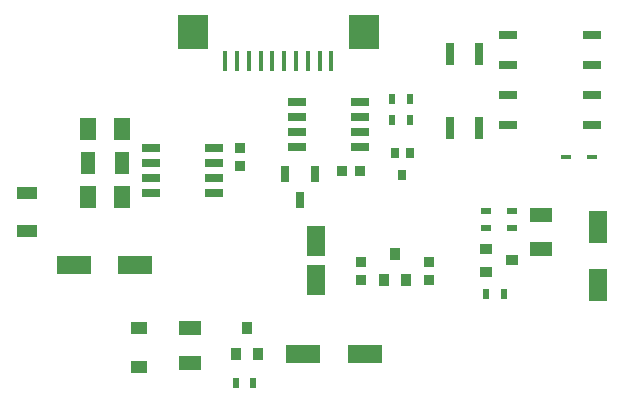
<source format=gtp>
%FSLAX46Y46*%
%MOMM*%
%AMPS30*
21,1,1.594948,2.741421,0.000000,0.000000,0.000000*
%
%ADD30PS30*%
%AMPS31*
21,1,1.594948,2.741421,0.000000,0.000000,180.000000*
%
%ADD31PS31*%
%AMPS33*
21,1,1.600000,2.950000,0.000000,0.000000,90.000000*
%
%ADD33PS33*%
%AMPS32*
21,1,1.600000,2.950000,0.000000,0.000000,270.000000*
%
%ADD32PS32*%
%AMPS44*
21,1,0.600000,1.550000,0.000000,0.000000,90.000000*
%
%ADD44PS44*%
%AMPS43*
21,1,0.600000,1.550000,0.000000,0.000000,270.000000*
%
%ADD43PS43*%
%AMPS52*
21,1,1.600000,2.500000,0.000000,0.000000,0.000000*
%
%ADD52PS52*%
%AMPS51*
21,1,1.600000,2.500000,0.000000,0.000000,180.000000*
%
%ADD51PS51*%
%AMPS12*
21,1,0.900000,1.000000,0.000000,0.000000,0.000000*
%
%ADD12PS12*%
%AMPS38*
21,1,0.900000,1.000000,0.000000,0.000000,90.000000*
%
%ADD38PS38*%
%AMPS13*
21,1,0.900000,1.000000,0.000000,0.000000,180.000000*
%
%ADD13PS13*%
%AMPS37*
21,1,0.900000,1.000000,0.000000,0.000000,270.000000*
%
%ADD37PS37*%
%AMPS47*
21,1,0.400000,1.700000,0.000000,0.000000,180.000000*
%
%ADD47PS47*%
%AMPS41*
21,1,0.400000,0.900000,0.000000,0.000000,90.000000*
%
%ADD41PS41*%
%AMPS42*
21,1,0.400000,0.900000,0.000000,0.000000,270.000000*
%
%ADD42PS42*%
%AMPS24*
21,1,1.300000,1.000000,0.000000,0.000000,0.000000*
%
%ADD24PS24*%
%AMPS25*
21,1,1.300000,1.000000,0.000000,0.000000,180.000000*
%
%ADD25PS25*%
%AMPS20*
21,1,0.600000,1.800000,0.000000,0.000000,0.000000*
%
%ADD20PS20*%
%AMPS21*
21,1,0.600000,1.800000,0.000000,0.000000,180.000000*
%
%ADD21PS21*%
%AMPS23*
21,1,0.701421,1.491421,0.000000,0.000000,90.000000*
%
%ADD23PS23*%
%AMPS22*
21,1,0.701421,1.491421,0.000000,0.000000,270.000000*
%
%ADD22PS22*%
%AMPS48*
21,1,2.500000,2.800000,0.000000,0.000000,180.000000*
%
%ADD48PS48*%
%AMPS29*
21,1,1.800000,1.340000,0.000000,0.000000,90.000000*
%
%ADD29PS29*%
%AMPS28*
21,1,1.800000,1.340000,0.000000,0.000000,270.000000*
%
%ADD28PS28*%
%AMPS19*
21,1,1.800000,1.200000,0.000000,0.000000,0.000000*
%
%ADD19PS19*%
%AMPS45*
21,1,1.800000,1.200000,0.000000,0.000000,90.000000*
%
%ADD45PS45*%
%AMPS18*
21,1,1.800000,1.200000,0.000000,0.000000,180.000000*
%
%ADD18PS18*%
%AMPS46*
21,1,1.800000,1.200000,0.000000,0.000000,270.000000*
%
%ADD46PS46*%
%AMPS27*
21,1,0.900000,0.500000,0.000000,0.000000,0.000000*
%
%ADD27PS27*%
%AMPS16*
21,1,0.900000,0.500000,0.000000,0.000000,90.000000*
%
%ADD16PS16*%
%AMPS26*
21,1,0.900000,0.500000,0.000000,0.000000,180.000000*
%
%ADD26PS26*%
%AMPS17*
21,1,0.900000,0.500000,0.000000,0.000000,270.000000*
%
%ADD17PS17*%
%AMPS50*
21,1,1.700000,1.100000,0.000000,0.000000,0.000000*
%
%ADD50PS50*%
%AMPS49*
21,1,1.700000,1.100000,0.000000,0.000000,180.000000*
%
%ADD49PS49*%
%AMPS36*
21,1,0.700000,0.900000,0.000000,0.000000,0.000000*
%
%ADD36PS36*%
%AMPS35*
21,1,0.700000,0.900000,0.000000,0.000000,180.000000*
%
%ADD35PS35*%
%AMPS34*
21,1,0.750000,1.300000,0.000000,0.000000,0.000000*
%
%ADD34PS34*%
%AMPS11*
21,1,1.831662,1.171341,0.000000,0.000000,0.000000*
%
%ADD11PS11*%
%AMPS10*
21,1,1.831662,1.171341,0.000000,0.000000,180.000000*
%
%ADD10PS10*%
%AMPS15*
21,1,0.850000,0.800000,0.000000,0.000000,0.000000*
%
%ADD15PS15*%
%AMPS40*
21,1,0.850000,0.800000,0.000000,0.000000,90.000000*
%
%ADD40PS40*%
%AMPS14*
21,1,0.850000,0.800000,0.000000,0.000000,180.000000*
%
%ADD14PS14*%
%AMPS39*
21,1,0.850000,0.800000,0.000000,0.000000,270.000000*
%
%ADD39PS39*%
G01*
%LPD*%
G01*
%LPD*%
G75*
D10*
X24020000Y17376461D03*
D11*
X24020000Y14423539D03*
D12*
X29800000Y15176461D03*
D13*
X28850000Y17376461D03*
D12*
X27900000Y15176461D03*
D14*
X44250000Y22950000D03*
D15*
X44250000Y21450000D03*
D16*
X50600000Y20220000D03*
D17*
X49100000Y20220000D03*
D18*
X53750000Y26920000D03*
D19*
X53750000Y24020000D03*
D20*
X48540000Y34300000D03*
D21*
X46040000Y40600000D03*
D21*
X48540000Y40600000D03*
D20*
X46040000Y34300000D03*
D22*
X50925000Y34590000D03*
D23*
X58075000Y37130000D03*
D23*
X58075000Y42210000D03*
D23*
X58075000Y39670000D03*
D22*
X50925000Y37130000D03*
D22*
X50925000Y42210000D03*
D23*
X58075000Y34590000D03*
D22*
X50925000Y39670000D03*
D24*
X19700000Y14041493D03*
D25*
X19700000Y17376461D03*
D26*
X51300000Y27300000D03*
D27*
X51300000Y25800000D03*
D15*
X28240000Y31110000D03*
D14*
X28240000Y32610000D03*
D28*
X15396117Y28440000D03*
D29*
X18263883Y28440000D03*
D30*
X58580000Y21050001D03*
D31*
X58580000Y25949999D03*
D16*
X29400000Y12676461D03*
D17*
X27900000Y12676461D03*
D14*
X38550000Y22950000D03*
D15*
X38550000Y21450000D03*
D32*
X14200000Y22700000D03*
D33*
X19400000Y22700000D03*
D34*
X33360000Y28200000D03*
D34*
X34630000Y30400000D03*
D34*
X32090000Y30400000D03*
D16*
X42670000Y34950000D03*
D17*
X41170000Y34950000D03*
D35*
X42670000Y32200000D03*
D35*
X41370000Y32200000D03*
D36*
X42020000Y30300000D03*
D37*
X49100000Y22150000D03*
D38*
X51300000Y23100000D03*
D37*
X49100000Y24050000D03*
D27*
X49100000Y25800000D03*
D26*
X49100000Y27300000D03*
D39*
X36900000Y30690000D03*
D40*
X38400000Y30690000D03*
D41*
X58075000Y31830000D03*
D42*
X55875000Y31830000D03*
D43*
X33060000Y32690000D03*
D43*
X33060000Y35240000D03*
D43*
X33060000Y36510000D03*
D44*
X38400000Y36510000D03*
D44*
X38400000Y33960000D03*
D43*
X33060000Y33960000D03*
D44*
X38400000Y32690000D03*
D44*
X38400000Y35240000D03*
D44*
X26070000Y32610000D03*
D44*
X26070000Y30060000D03*
D44*
X26070000Y28790000D03*
D43*
X20730000Y28790000D03*
D43*
X20730000Y31340000D03*
D44*
X26070000Y31340000D03*
D43*
X20730000Y32610000D03*
D43*
X20730000Y30060000D03*
D12*
X42350000Y21450000D03*
D13*
X41400000Y23650000D03*
D12*
X40450000Y21450000D03*
D45*
X18296117Y31340000D03*
D46*
X15396117Y31340000D03*
D16*
X42670000Y36780000D03*
D17*
X41170000Y36780000D03*
D47*
X34000000Y40000000D03*
D47*
X27000000Y40000000D03*
D47*
X30000000Y40000000D03*
D47*
X31000000Y40000000D03*
D47*
X36000000Y40000000D03*
D47*
X29000000Y40000000D03*
D48*
X38750000Y42450000D03*
D48*
X24250000Y42450000D03*
D47*
X33000000Y40000000D03*
D47*
X35000000Y40000000D03*
D47*
X28000000Y40000000D03*
D47*
X32000000Y40000000D03*
D33*
X38830000Y15176461D03*
D32*
X33630000Y15176461D03*
D49*
X10230000Y28760000D03*
D50*
X10230000Y25560000D03*
D29*
X18263883Y34240000D03*
D28*
X15396117Y34240000D03*
D51*
X34700000Y24750000D03*
D52*
X34700000Y21450000D03*
M02*

</source>
